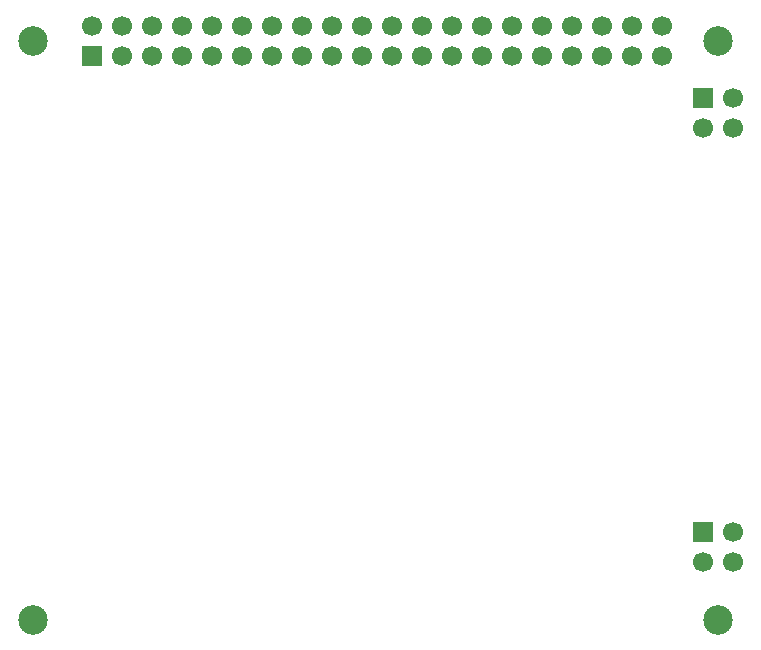
<source format=gbr>
%TF.GenerationSoftware,KiCad,Pcbnew,9.0.5*%
%TF.CreationDate,2025-10-24T16:15:46+02:00*%
%TF.ProjectId,poe4pi,706f6534-7069-42e6-9b69-6361645f7063,rev?*%
%TF.SameCoordinates,Original*%
%TF.FileFunction,Soldermask,Bot*%
%TF.FilePolarity,Negative*%
%FSLAX46Y46*%
G04 Gerber Fmt 4.6, Leading zero omitted, Abs format (unit mm)*
G04 Created by KiCad (PCBNEW 9.0.5) date 2025-10-24 16:15:46*
%MOMM*%
%LPD*%
G01*
G04 APERTURE LIST*
%ADD10C,2.500000*%
%ADD11R,1.700000X1.700000*%
%ADD12C,1.700000*%
G04 APERTURE END LIST*
D10*
%TO.C,H1*%
X31500000Y-36500000D03*
%TD*%
%TO.C,H2*%
X31500000Y-85500000D03*
%TD*%
%TO.C,H3*%
X89500000Y-36500000D03*
%TD*%
%TO.C,H4*%
X89500000Y-85500000D03*
%TD*%
D11*
%TO.C,J2*%
X88250000Y-78060000D03*
D12*
X88250000Y-80600000D03*
X90790000Y-78060000D03*
X90790000Y-80600000D03*
%TD*%
D11*
%TO.C,J1*%
X88250000Y-41360000D03*
D12*
X88250000Y-43900000D03*
X90790000Y-41360000D03*
X90790000Y-43900000D03*
%TD*%
%TO.C,J3*%
X84760000Y-35210000D03*
X84760000Y-37750000D03*
X82220000Y-35210000D03*
X82220000Y-37750000D03*
X79680000Y-35210000D03*
X79680000Y-37750000D03*
X77140000Y-35210000D03*
X77140000Y-37750000D03*
X74600000Y-35210000D03*
X74600000Y-37750000D03*
X72060000Y-35210000D03*
X72060000Y-37750000D03*
X69520000Y-35210000D03*
X69520000Y-37750000D03*
X66980000Y-35210000D03*
X66980000Y-37750000D03*
X64440000Y-35210000D03*
X64440000Y-37750000D03*
X61900000Y-35210000D03*
X61900000Y-37750000D03*
X59360000Y-35210000D03*
X59360000Y-37750000D03*
X56820000Y-35210000D03*
X56820000Y-37750000D03*
X54280000Y-35210000D03*
X54280000Y-37750000D03*
X51740000Y-35210000D03*
X51740000Y-37750000D03*
X49200000Y-35210000D03*
X49200000Y-37750000D03*
X46660000Y-35210000D03*
X46660000Y-37750000D03*
X44120000Y-35210000D03*
X44120000Y-37750000D03*
X41580000Y-35210000D03*
X41580000Y-37750000D03*
X39040000Y-35210000D03*
X39040000Y-37750000D03*
X36500000Y-35210000D03*
D11*
X36500000Y-37750000D03*
%TD*%
M02*

</source>
